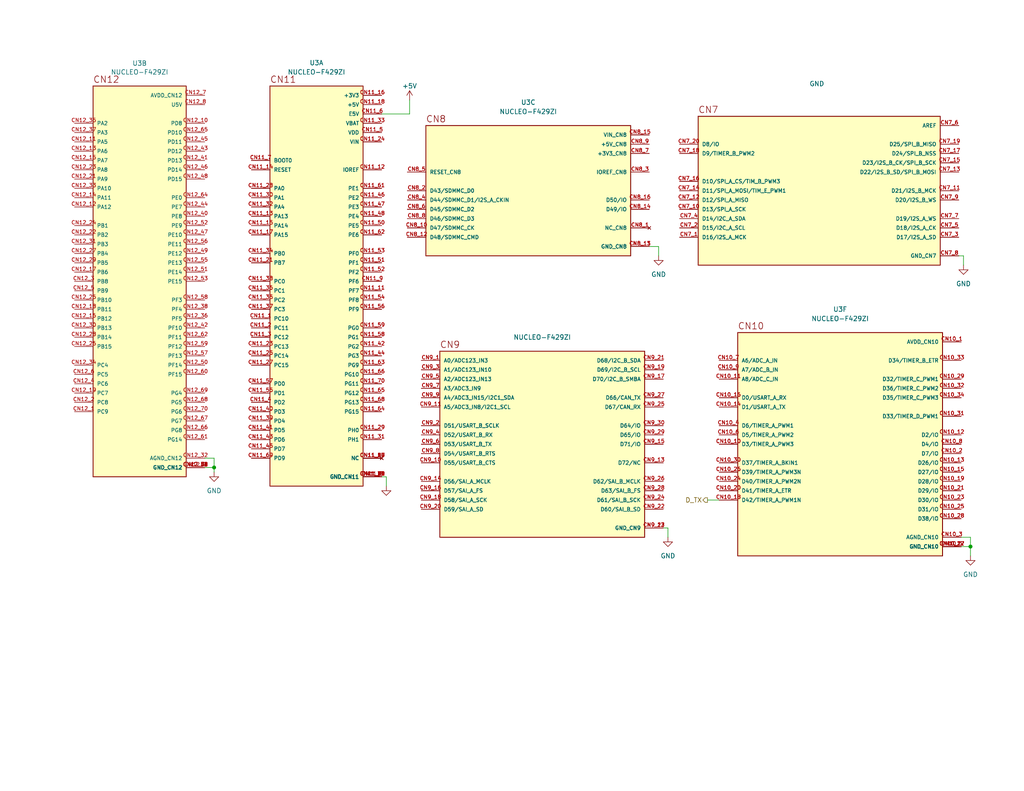
<source format=kicad_sch>
(kicad_sch (version 20230121) (generator eeschema)
  (paper "USLetter")
  (lib_symbols
    (symbol "Nucleo-144:NUCLEO-F429ZI" (pin_names (offset 1.016))
      (property "Reference" "U" (at -12.7 57.15 0))
      (property "Value" "NUCLEO-F429ZI" (at -12.7 -57.15 0))
      (symbol "NUCLEO-F429ZI_1_0"
        (rectangle (start -12.7 -55.88) (end 12.7 53.34) (stroke (width 0.254)) (fill (type background)))
        (text "CN11" (at -12.7 54.102 0) (effects (font (size 1.778 1.778)) (justify left bottom)))
        (pin bidirectional line (at -17.78 -10.16 0) (length 5.08) (name "PC10") (number "CN11_1"))
        (pin no_connect line (at 17.78 -48.26 180) (length 5.08) (name "NC") (number "CN11_10"))
        (pin bidirectional line (at 17.78 -2.54 180) (length 5.08) (name "PF7") (number "CN11_11"))
        (pin bidirectional line (at 17.78 30.48 180) (length 5.08) (name "IOREF") (number "CN11_12"))
        (pin bidirectional line (at -17.78 17.78 0) (length 5.08) (name "PA13") (number "CN11_13"))
        (pin bidirectional line (at -17.78 30.48 0) (length 5.08) (name "RESET") (number "CN11_14"))
        (pin bidirectional line (at -17.78 15.24 0) (length 5.08) (name "PA14") (number "CN11_15"))
        (pin power_in line (at 17.78 50.8 180) (length 5.08) (name "+3V3") (number "CN11_16"))
        (pin bidirectional line (at -17.78 12.7 0) (length 5.08) (name "PA15") (number "CN11_17"))
        (pin power_in line (at 17.78 48.26 180) (length 5.08) (name "+5V") (number "CN11_18"))
        (pin power_in line (at 17.78 -53.34 180) (length 5.08) (name "GND_CN11") (number "CN11_19"))
        (pin bidirectional line (at -17.78 -12.7 0) (length 5.08) (name "PC11") (number "CN11_2"))
        (pin power_in line (at 17.78 -53.34 180) (length 5.08) (name "GND_CN11") (number "CN11_20"))
        (pin bidirectional line (at -17.78 5.08 0) (length 5.08) (name "PB7") (number "CN11_21"))
        (pin power_in line (at 17.78 -53.34 180) (length 5.08) (name "GND_CN11") (number "CN11_22"))
        (pin bidirectional line (at -17.78 -17.78 0) (length 5.08) (name "PC13") (number "CN11_23"))
        (pin power_in line (at 17.78 38.1 180) (length 5.08) (name "VIN") (number "CN11_24"))
        (pin bidirectional line (at -17.78 -20.32 0) (length 5.08) (name "PC14") (number "CN11_25"))
        (pin no_connect line (at 17.78 -48.26 180) (length 5.08) (name "NC") (number "CN11_26"))
        (pin bidirectional line (at -17.78 -22.86 0) (length 5.08) (name "PC15") (number "CN11_27"))
        (pin bidirectional line (at -17.78 25.4 0) (length 5.08) (name "PA0") (number "CN11_28"))
        (pin bidirectional line (at 17.78 -40.64 180) (length 5.08) (name "PH0") (number "CN11_29"))
        (pin bidirectional line (at -17.78 -15.24 0) (length 5.08) (name "PC12") (number "CN11_3"))
        (pin bidirectional line (at -17.78 22.86 0) (length 5.08) (name "PA1") (number "CN11_30"))
        (pin bidirectional line (at 17.78 -43.18 180) (length 5.08) (name "PH1") (number "CN11_31"))
        (pin bidirectional line (at -17.78 20.32 0) (length 5.08) (name "PA4") (number "CN11_32"))
        (pin power_in line (at 17.78 43.18 180) (length 5.08) (name "VBAT") (number "CN11_33"))
        (pin bidirectional line (at -17.78 7.62 0) (length 5.08) (name "PB0") (number "CN11_34"))
        (pin bidirectional line (at -17.78 -5.08 0) (length 5.08) (name "PC2") (number "CN11_35"))
        (pin bidirectional line (at -17.78 -2.54 0) (length 5.08) (name "PC1") (number "CN11_36"))
        (pin bidirectional line (at -17.78 -7.62 0) (length 5.08) (name "PC3") (number "CN11_37"))
        (pin bidirectional line (at -17.78 0 0) (length 5.08) (name "PC0") (number "CN11_38"))
        (pin bidirectional line (at -17.78 -38.1 0) (length 5.08) (name "PD4") (number "CN11_39"))
        (pin bidirectional line (at -17.78 -33.02 0) (length 5.08) (name "PD2") (number "CN11_4"))
        (pin bidirectional line (at -17.78 -35.56 0) (length 5.08) (name "PD3") (number "CN11_40"))
        (pin bidirectional line (at -17.78 -40.64 0) (length 5.08) (name "PD5") (number "CN11_41"))
        (pin bidirectional line (at 17.78 -17.78 180) (length 5.08) (name "PG2") (number "CN11_42"))
        (pin bidirectional line (at -17.78 -43.18 0) (length 5.08) (name "PD6") (number "CN11_43"))
        (pin bidirectional line (at 17.78 -20.32 180) (length 5.08) (name "PG3") (number "CN11_44"))
        (pin bidirectional line (at -17.78 -45.72 0) (length 5.08) (name "PD7") (number "CN11_45"))
        (pin bidirectional line (at 17.78 22.86 180) (length 5.08) (name "PE2") (number "CN11_46"))
        (pin bidirectional line (at 17.78 20.32 180) (length 5.08) (name "PE3") (number "CN11_47"))
        (pin bidirectional line (at 17.78 17.78 180) (length 5.08) (name "PE4") (number "CN11_48"))
        (pin power_in line (at 17.78 -53.34 180) (length 5.08) (name "GND_CN11") (number "CN11_49"))
        (pin power_in line (at 17.78 40.64 180) (length 5.08) (name "VDD") (number "CN11_5"))
        (pin bidirectional line (at 17.78 15.24 180) (length 5.08) (name "PE5") (number "CN11_50"))
        (pin bidirectional line (at 17.78 5.08 180) (length 5.08) (name "PF1") (number "CN11_51"))
        (pin bidirectional line (at 17.78 2.54 180) (length 5.08) (name "PF2") (number "CN11_52"))
        (pin bidirectional line (at 17.78 7.62 180) (length 5.08) (name "PF0") (number "CN11_53"))
        (pin bidirectional line (at 17.78 -5.08 180) (length 5.08) (name "PF8") (number "CN11_54"))
        (pin bidirectional line (at -17.78 -30.48 0) (length 5.08) (name "PD1") (number "CN11_55"))
        (pin bidirectional line (at 17.78 -7.62 180) (length 5.08) (name "PF9") (number "CN11_56"))
        (pin bidirectional line (at -17.78 -27.94 0) (length 5.08) (name "PD0") (number "CN11_57"))
        (pin bidirectional line (at 17.78 -15.24 180) (length 5.08) (name "PG1") (number "CN11_58"))
        (pin bidirectional line (at 17.78 -12.7 180) (length 5.08) (name "PG0") (number "CN11_59"))
        (pin power_in line (at 17.78 45.72 180) (length 5.08) (name "E5V") (number "CN11_6"))
        (pin power_in line (at 17.78 -53.34 180) (length 5.08) (name "GND_CN11") (number "CN11_60"))
        (pin bidirectional line (at 17.78 25.4 180) (length 5.08) (name "PE1") (number "CN11_61"))
        (pin bidirectional line (at 17.78 12.7 180) (length 5.08) (name "PE6") (number "CN11_62"))
        (pin bidirectional line (at 17.78 -22.86 180) (length 5.08) (name "PG9") (number "CN11_63"))
        (pin bidirectional line (at 17.78 -35.56 180) (length 5.08) (name "PG15") (number "CN11_64"))
        (pin bidirectional line (at 17.78 -30.48 180) (length 5.08) (name "PG12") (number "CN11_65"))
        (pin bidirectional line (at 17.78 -25.4 180) (length 5.08) (name "PG10") (number "CN11_66"))
        (pin no_connect line (at 17.78 -48.26 180) (length 5.08) (name "NC") (number "CN11_67"))
        (pin bidirectional line (at 17.78 -33.02 180) (length 5.08) (name "PG13") (number "CN11_68"))
        (pin bidirectional line (at -17.78 -48.26 0) (length 5.08) (name "PD9") (number "CN11_69"))
        (pin bidirectional line (at -17.78 33.02 0) (length 5.08) (name "BOOT0") (number "CN11_7"))
        (pin bidirectional line (at 17.78 -27.94 180) (length 5.08) (name "PG11") (number "CN11_70"))
        (pin power_in line (at 17.78 -53.34 180) (length 5.08) (name "GND_CN11") (number "CN11_71"))
        (pin power_in line (at 17.78 -53.34 180) (length 5.08) (name "GND_CN11") (number "CN11_72"))
        (pin power_in line (at 17.78 -53.34 180) (length 5.08) (name "GND_CN11") (number "CN11_8"))
        (pin bidirectional line (at 17.78 0 180) (length 5.08) (name "PF6") (number "CN11_9"))
      )
      (symbol "NUCLEO-F429ZI_2_0"
        (rectangle (start -12.7 -53.34) (end 12.7 53.34) (stroke (width 0.254)) (fill (type background)))
        (text "CN12" (at -12.7 54.102 0) (effects (font (size 1.778 1.778)) (justify left bottom)))
        (pin bidirectional line (at -17.78 -35.56 0) (length 5.08) (name "PC9") (number "CN12_1"))
        (pin bidirectional line (at 17.78 43.18 180) (length 5.08) (name "PD8") (number "CN12_10"))
        (pin bidirectional line (at -17.78 38.1 0) (length 5.08) (name "PA5") (number "CN12_11"))
        (pin bidirectional line (at -17.78 20.32 0) (length 5.08) (name "PA12") (number "CN12_12"))
        (pin bidirectional line (at -17.78 35.56 0) (length 5.08) (name "PA6") (number "CN12_13"))
        (pin bidirectional line (at -17.78 22.86 0) (length 5.08) (name "PA11") (number "CN12_14"))
        (pin bidirectional line (at -17.78 33.02 0) (length 5.08) (name "PA7") (number "CN12_15"))
        (pin bidirectional line (at -17.78 -10.16 0) (length 5.08) (name "PB12") (number "CN12_16"))
        (pin bidirectional line (at -17.78 2.54 0) (length 5.08) (name "PB6") (number "CN12_17"))
        (pin bidirectional line (at -17.78 -7.62 0) (length 5.08) (name "PB11") (number "CN12_18"))
        (pin bidirectional line (at -17.78 -30.48 0) (length 5.08) (name "PC7") (number "CN12_19"))
        (pin bidirectional line (at -17.78 -33.02 0) (length 5.08) (name "PC8") (number "CN12_2"))
        (pin power_in line (at 17.78 -50.8 180) (length 5.08) (name "GND_CN12") (number "CN12_20"))
        (pin bidirectional line (at -17.78 27.94 0) (length 5.08) (name "PA9") (number "CN12_21"))
        (pin bidirectional line (at -17.78 12.7 0) (length 5.08) (name "PB2") (number "CN12_22"))
        (pin bidirectional line (at -17.78 30.48 0) (length 5.08) (name "PA8") (number "CN12_23"))
        (pin bidirectional line (at -17.78 15.24 0) (length 5.08) (name "PB1") (number "CN12_24"))
        (pin bidirectional line (at -17.78 -5.08 0) (length 5.08) (name "PB10") (number "CN12_25"))
        (pin bidirectional line (at -17.78 -17.78 0) (length 5.08) (name "PB15") (number "CN12_26"))
        (pin bidirectional line (at -17.78 7.62 0) (length 5.08) (name "PB4") (number "CN12_27"))
        (pin bidirectional line (at -17.78 -15.24 0) (length 5.08) (name "PB14") (number "CN12_28"))
        (pin bidirectional line (at -17.78 5.08 0) (length 5.08) (name "PB5") (number "CN12_29"))
        (pin bidirectional line (at -17.78 0 0) (length 5.08) (name "PB8") (number "CN12_3"))
        (pin bidirectional line (at -17.78 -12.7 0) (length 5.08) (name "PB13") (number "CN12_30"))
        (pin bidirectional line (at -17.78 10.16 0) (length 5.08) (name "PB3") (number "CN12_31"))
        (pin power_in line (at 17.78 -48.26 180) (length 5.08) (name "AGND_CN12") (number "CN12_32"))
        (pin bidirectional line (at -17.78 25.4 0) (length 5.08) (name "PA10") (number "CN12_33"))
        (pin bidirectional line (at -17.78 -22.86 0) (length 5.08) (name "PC4") (number "CN12_34"))
        (pin bidirectional line (at -17.78 43.18 0) (length 5.08) (name "PA2") (number "CN12_35"))
        (pin bidirectional line (at 17.78 -10.16 180) (length 5.08) (name "PF5") (number "CN12_36"))
        (pin bidirectional line (at -17.78 40.64 0) (length 5.08) (name "PA3") (number "CN12_37"))
        (pin bidirectional line (at 17.78 -7.62 180) (length 5.08) (name "PF4") (number "CN12_38"))
        (pin power_in line (at 17.78 -50.8 180) (length 5.08) (name "GND_CN12") (number "CN12_39"))
        (pin bidirectional line (at -17.78 -27.94 0) (length 5.08) (name "PC6") (number "CN12_4"))
        (pin bidirectional line (at 17.78 17.78 180) (length 5.08) (name "PE8") (number "CN12_40"))
        (pin bidirectional line (at 17.78 33.02 180) (length 5.08) (name "PD13") (number "CN12_41"))
        (pin bidirectional line (at 17.78 -12.7 180) (length 5.08) (name "PF10") (number "CN12_42"))
        (pin bidirectional line (at 17.78 35.56 180) (length 5.08) (name "PD12") (number "CN12_43"))
        (pin bidirectional line (at 17.78 20.32 180) (length 5.08) (name "PE7") (number "CN12_44"))
        (pin bidirectional line (at 17.78 38.1 180) (length 5.08) (name "PD11") (number "CN12_45"))
        (pin bidirectional line (at 17.78 30.48 180) (length 5.08) (name "PD14") (number "CN12_46"))
        (pin bidirectional line (at 17.78 12.7 180) (length 5.08) (name "PE10") (number "CN12_47"))
        (pin bidirectional line (at 17.78 27.94 180) (length 5.08) (name "PD15") (number "CN12_48"))
        (pin bidirectional line (at 17.78 7.62 180) (length 5.08) (name "PE12") (number "CN12_49"))
        (pin bidirectional line (at -17.78 -2.54 0) (length 5.08) (name "PB9") (number "CN12_5"))
        (pin bidirectional line (at 17.78 -22.86 180) (length 5.08) (name "PF14") (number "CN12_50"))
        (pin bidirectional line (at 17.78 2.54 180) (length 5.08) (name "PE14") (number "CN12_51"))
        (pin bidirectional line (at 17.78 15.24 180) (length 5.08) (name "PE9") (number "CN12_52"))
        (pin bidirectional line (at 17.78 0 180) (length 5.08) (name "PE15") (number "CN12_53"))
        (pin power_in line (at 17.78 -50.8 180) (length 5.08) (name "GND_CN12") (number "CN12_54"))
        (pin bidirectional line (at 17.78 5.08 180) (length 5.08) (name "PE13") (number "CN12_55"))
        (pin bidirectional line (at 17.78 10.16 180) (length 5.08) (name "PE11") (number "CN12_56"))
        (pin bidirectional line (at 17.78 -20.32 180) (length 5.08) (name "PF13") (number "CN12_57"))
        (pin bidirectional line (at 17.78 -5.08 180) (length 5.08) (name "PF3") (number "CN12_58"))
        (pin bidirectional line (at 17.78 -17.78 180) (length 5.08) (name "PF12") (number "CN12_59"))
        (pin bidirectional line (at -17.78 -25.4 0) (length 5.08) (name "PC5") (number "CN12_6"))
        (pin bidirectional line (at 17.78 -25.4 180) (length 5.08) (name "PF15") (number "CN12_60"))
        (pin bidirectional line (at 17.78 -43.18 180) (length 5.08) (name "PG14") (number "CN12_61"))
        (pin bidirectional line (at 17.78 -15.24 180) (length 5.08) (name "PF11") (number "CN12_62"))
        (pin power_in line (at 17.78 -50.8 180) (length 5.08) (name "GND_CN12") (number "CN12_63"))
        (pin bidirectional line (at 17.78 22.86 180) (length 5.08) (name "PE0") (number "CN12_64"))
        (pin bidirectional line (at 17.78 40.64 180) (length 5.08) (name "PD10") (number "CN12_65"))
        (pin bidirectional line (at 17.78 -40.64 180) (length 5.08) (name "PG8") (number "CN12_66"))
        (pin bidirectional line (at 17.78 -38.1 180) (length 5.08) (name "PG7") (number "CN12_67"))
        (pin bidirectional line (at 17.78 -33.02 180) (length 5.08) (name "PG5") (number "CN12_68"))
        (pin bidirectional line (at 17.78 -30.48 180) (length 5.08) (name "PG4") (number "CN12_69"))
        (pin power_in line (at 17.78 50.8 180) (length 5.08) (name "AVDD_CN12") (number "CN12_7"))
        (pin bidirectional line (at 17.78 -35.56 180) (length 5.08) (name "PG6") (number "CN12_70"))
        (pin power_in line (at 17.78 -50.8 180) (length 5.08) (name "GND_CN12") (number "CN12_71"))
        (pin power_in line (at 17.78 -50.8 180) (length 5.08) (name "GND_CN12") (number "CN12_72"))
        (pin power_in line (at 17.78 48.26 180) (length 5.08) (name "U5V") (number "CN12_8"))
        (pin power_in line (at 17.78 -50.8 180) (length 5.08) (name "GND_CN12") (number "CN12_9"))
      )
      (symbol "NUCLEO-F429ZI_3_0"
        (rectangle (start -27.94 -17.78) (end 27.94 17.78) (stroke (width 0.254)) (fill (type background)))
        (text "CN8" (at -27.94 18.542 0) (effects (font (size 1.778 1.778)) (justify left bottom)))
        (pin no_connect line (at 33.02 -10.16 180) (length 5.08) (name "NC_CN8") (number "CN8_1"))
        (pin bidirectional line (at -33.02 -10.16 0) (length 5.08) (name "D47/SDMMC_CK") (number "CN8_10"))
        (pin power_in line (at 33.02 -15.24 180) (length 5.08) (name "GND_CN8") (number "CN8_11"))
        (pin bidirectional line (at -33.02 -12.7 0) (length 5.08) (name "D48/SDMMC_CMD") (number "CN8_12"))
        (pin power_in line (at 33.02 -15.24 180) (length 5.08) (name "GND_CN8") (number "CN8_13"))
        (pin bidirectional line (at 33.02 -5.08 180) (length 5.08) (name "D49/IO") (number "CN8_14"))
        (pin power_in line (at 33.02 15.24 180) (length 5.08) (name "VIN_CN8") (number "CN8_15"))
        (pin bidirectional line (at 33.02 -2.54 180) (length 5.08) (name "D50/IO") (number "CN8_16"))
        (pin bidirectional line (at -33.02 0 0) (length 5.08) (name "D43/SDMMC_D0") (number "CN8_2"))
        (pin bidirectional line (at 33.02 5.08 180) (length 5.08) (name "IOREF_CN8") (number "CN8_3"))
        (pin bidirectional line (at -33.02 -2.54 0) (length 5.08) (name "D44/SDMMC_D1/I2S_A_CKIN") (number "CN8_4"))
        (pin bidirectional line (at -33.02 5.08 0) (length 5.08) (name "RESET_CN8") (number "CN8_5"))
        (pin bidirectional line (at -33.02 -5.08 0) (length 5.08) (name "D45/SDMMC_D2") (number "CN8_6"))
        (pin power_in line (at 33.02 10.16 180) (length 5.08) (name "+3V3_CN8") (number "CN8_7"))
        (pin bidirectional line (at -33.02 -7.62 0) (length 5.08) (name "D46/SDMMC_D3") (number "CN8_8"))
        (pin power_in line (at 33.02 12.7 180) (length 5.08) (name "+5V_CN8") (number "CN8_9"))
      )
      (symbol "NUCLEO-F429ZI_4_0"
        (rectangle (start -27.94 -25.4) (end 27.94 25.4) (stroke (width 0.254)) (fill (type background)))
        (text "CN9" (at -27.94 26.162 0) (effects (font (size 1.778 1.778)) (justify left bottom)))
        (pin input line (at -33.02 22.86 0) (length 5.08) (name "A0/ADC123_IN3") (number "CN9_1"))
        (pin bidirectional line (at -33.02 -5.08 0) (length 5.08) (name "D55/USART_B_CTS") (number "CN9_10"))
        (pin input line (at -33.02 10.16 0) (length 5.08) (name "A5/ADC3_IN8/I2C1_SCL") (number "CN9_11"))
        (pin power_in line (at 33.02 -22.86 180) (length 5.08) (name "GND_CN9") (number "CN9_12"))
        (pin bidirectional line (at 33.02 -5.08 180) (length 5.08) (name "D72/NC") (number "CN9_13"))
        (pin bidirectional line (at -33.02 -10.16 0) (length 5.08) (name "D56/SAI_A_MCLK") (number "CN9_14"))
        (pin bidirectional line (at 33.02 0 180) (length 5.08) (name "D71/IO") (number "CN9_15"))
        (pin bidirectional line (at -33.02 -12.7 0) (length 5.08) (name "D57/SAI_A_FS") (number "CN9_16"))
        (pin bidirectional line (at 33.02 17.78 180) (length 5.08) (name "D70/I2C_B_SMBA") (number "CN9_17"))
        (pin bidirectional line (at -33.02 -15.24 0) (length 5.08) (name "D58/SAI_A_SCK") (number "CN9_18"))
        (pin bidirectional line (at 33.02 20.32 180) (length 5.08) (name "D69/I2C_B_SCL") (number "CN9_19"))
        (pin bidirectional line (at -33.02 5.08 0) (length 5.08) (name "D51/USART_B_SCLK") (number "CN9_2"))
        (pin bidirectional line (at -33.02 -17.78 0) (length 5.08) (name "D59/SAI_A_SD") (number "CN9_20"))
        (pin bidirectional line (at 33.02 22.86 180) (length 5.08) (name "D68/I2C_B_SDA") (number "CN9_21"))
        (pin bidirectional line (at 33.02 -17.78 180) (length 5.08) (name "D60/SAI_B_SD") (number "CN9_22"))
        (pin power_in line (at 33.02 -22.86 180) (length 5.08) (name "GND_CN9") (number "CN9_23"))
        (pin bidirectional line (at 33.02 -15.24 180) (length 5.08) (name "D61/SAI_B_SCK") (number "CN9_24"))
        (pin input line (at 33.02 10.16 180) (length 5.08) (name "D67/CAN_RX") (number "CN9_25"))
        (pin bidirectional line (at 33.02 -10.16 180) (length 5.08) (name "D62/SAI_B_MCLK") (number "CN9_26"))
        (pin output line (at 33.02 12.7 180) (length 5.08) (name "D66/CAN_TX") (number "CN9_27"))
        (pin bidirectional line (at 33.02 -12.7 180) (length 5.08) (name "D63/SAI_B_FS") (number "CN9_28"))
        (pin bidirectional line (at 33.02 2.54 180) (length 5.08) (name "D65/IO") (number "CN9_29"))
        (pin input line (at -33.02 20.32 0) (length 5.08) (name "A1/ADC123_IN10") (number "CN9_3"))
        (pin bidirectional line (at 33.02 5.08 180) (length 5.08) (name "D64/IO") (number "CN9_30"))
        (pin bidirectional line (at -33.02 2.54 0) (length 5.08) (name "D52/USART_B_RX") (number "CN9_4"))
        (pin input line (at -33.02 17.78 0) (length 5.08) (name "A2/ADC123_IN13") (number "CN9_5"))
        (pin bidirectional line (at -33.02 0 0) (length 5.08) (name "D53/USART_B_TX") (number "CN9_6"))
        (pin input line (at -33.02 15.24 0) (length 5.08) (name "A3/ADC3_IN9") (number "CN9_7"))
        (pin bidirectional line (at -33.02 -2.54 0) (length 5.08) (name "D54/USART_B_RTS") (number "CN9_8"))
        (pin input line (at -33.02 12.7 0) (length 5.08) (name "A4/ADC3_IN15/I2C1_SDA") (number "CN9_9"))
      )
      (symbol "NUCLEO-F429ZI_5_0"
        (rectangle (start -33.02 -20.32) (end 33.02 20.32) (stroke (width 0.254)) (fill (type background)))
        (text "CN7" (at -33.02 21.082 0) (effects (font (size 1.778 1.778)) (justify left bottom)))
        (pin bidirectional line (at -38.1 -12.7 0) (length 5.08) (name "D16/I2S_A_MCK") (number "CN7_1"))
        (pin bidirectional line (at -38.1 -5.08 0) (length 5.08) (name "D13/SPI_A_SCK") (number "CN7_10"))
        (pin bidirectional line (at 38.1 0 180) (length 5.08) (name "D21/I2S_B_MCK") (number "CN7_11"))
        (pin bidirectional line (at -38.1 -2.54 0) (length 5.08) (name "D12/SPI_A_MISO") (number "CN7_12"))
        (pin bidirectional line (at 38.1 5.08 180) (length 5.08) (name "D22/I2S_B_SD/SPI_B_MOSI") (number "CN7_13"))
        (pin bidirectional line (at -38.1 0 0) (length 5.08) (name "D11/SPI_A_MOSI/TIM_E_PWM1") (number "CN7_14"))
        (pin bidirectional line (at 38.1 7.62 180) (length 5.08) (name "D23/I2S_B_CK/SPI_B_SCK") (number "CN7_15"))
        (pin bidirectional line (at -38.1 2.54 0) (length 5.08) (name "D10/SPI_A_CS/TIM_B_PWM3") (number "CN7_16"))
        (pin bidirectional line (at 38.1 10.16 180) (length 5.08) (name "D24/SPI_B_NSS") (number "CN7_17"))
        (pin bidirectional line (at -38.1 10.16 0) (length 5.08) (name "D9/TIMER_B_PWM2") (number "CN7_18"))
        (pin bidirectional line (at 38.1 12.7 180) (length 5.08) (name "D25/SPI_B_MISO") (number "CN7_19"))
        (pin bidirectional line (at -38.1 -10.16 0) (length 5.08) (name "D15/I2C_A_SCL") (number "CN7_2"))
        (pin bidirectional line (at -38.1 12.7 0) (length 5.08) (name "D8/IO") (number "CN7_20"))
        (pin bidirectional line (at 38.1 -12.7 180) (length 5.08) (name "D17/I2S_A_SD") (number "CN7_3"))
        (pin bidirectional line (at -38.1 -7.62 0) (length 5.08) (name "D14/I2C_A_SDA") (number "CN7_4"))
        (pin bidirectional line (at 38.1 -10.16 180) (length 5.08) (name "D18/I2S_A_CK") (number "CN7_5"))
        (pin power_in line (at 38.1 17.78 180) (length 5.08) (name "AREF") (number "CN7_6"))
        (pin bidirectional line (at 38.1 -7.62 180) (length 5.08) (name "D19/I2S_A_WS") (number "CN7_7"))
        (pin power_in line (at 38.1 -17.78 180) (length 5.08) (name "GND_CN7") (number "CN7_8"))
        (pin bidirectional line (at 38.1 -2.54 180) (length 5.08) (name "D20/I2S_B_WS") (number "CN7_9"))
      )
      (symbol "NUCLEO-F429ZI_6_0"
        (rectangle (start -27.94 -30.48) (end 27.94 30.48) (stroke (width 0.254)) (fill (type background)))
        (text "CN10" (at -27.94 31.242 0) (effects (font (size 1.778 1.778)) (justify left bottom)))
        (pin power_in line (at 33.02 27.94 180) (length 5.08) (name "AVDD_CN10") (number "CN10_1"))
        (pin bidirectional line (at -33.02 0 0) (length 5.08) (name "D3/TIMER_A_PWM3") (number "CN10_10"))
        (pin input line (at -33.02 17.78 0) (length 5.08) (name "A8/ADC_C_IN") (number "CN10_11"))
        (pin bidirectional line (at 33.02 2.54 180) (length 5.08) (name "D2/IO") (number "CN10_12"))
        (pin bidirectional line (at 33.02 -5.08 180) (length 5.08) (name "D26/IO") (number "CN10_13"))
        (pin output line (at -33.02 10.16 0) (length 5.08) (name "D1/USART_A_TX") (number "CN10_14"))
        (pin bidirectional line (at 33.02 -7.62 180) (length 5.08) (name "D27/IO") (number "CN10_15"))
        (pin input line (at -33.02 12.7 0) (length 5.08) (name "D0/USART_A_RX") (number "CN10_16"))
        (pin power_in line (at 33.02 -27.94 180) (length 5.08) (name "GND_CN10") (number "CN10_17"))
        (pin bidirectional line (at -33.02 -15.24 0) (length 5.08) (name "D42/TIMER_A_PWM1N") (number "CN10_18"))
        (pin bidirectional line (at 33.02 -10.16 180) (length 5.08) (name "D28/IO") (number "CN10_19"))
        (pin bidirectional line (at 33.02 -2.54 180) (length 5.08) (name "D7/IO") (number "CN10_2"))
        (pin bidirectional line (at -33.02 -12.7 0) (length 5.08) (name "D41/TIMER_A_ETR") (number "CN10_20"))
        (pin bidirectional line (at 33.02 -12.7 180) (length 5.08) (name "D29/IO") (number "CN10_21"))
        (pin power_in line (at 33.02 -27.94 180) (length 5.08) (name "GND_CN10") (number "CN10_22"))
        (pin bidirectional line (at 33.02 -15.24 180) (length 5.08) (name "D30/IO") (number "CN10_23"))
        (pin bidirectional line (at -33.02 -10.16 0) (length 5.08) (name "D40/TIMER_A_PWM2N") (number "CN10_24"))
        (pin bidirectional line (at 33.02 -17.78 180) (length 5.08) (name "D31/IO") (number "CN10_25"))
        (pin bidirectional line (at -33.02 -7.62 0) (length 5.08) (name "D39/TIMER_A_PWM3N") (number "CN10_26"))
        (pin power_in line (at 33.02 -27.94 180) (length 5.08) (name "GND_CN10") (number "CN10_27"))
        (pin bidirectional line (at 33.02 -20.32 180) (length 5.08) (name "D38/IO") (number "CN10_28"))
        (pin bidirectional line (at 33.02 17.78 180) (length 5.08) (name "D32/TIMER_C_PWM1") (number "CN10_29"))
        (pin power_in line (at 33.02 -25.4 180) (length 5.08) (name "AGND_CN10") (number "CN10_3"))
        (pin bidirectional line (at -33.02 -5.08 0) (length 5.08) (name "D37/TIMER_A_BKIN1") (number "CN10_30"))
        (pin bidirectional line (at 33.02 7.62 180) (length 5.08) (name "D33/TIMER_D_PWM1") (number "CN10_31"))
        (pin bidirectional line (at 33.02 15.24 180) (length 5.08) (name "D36/TIMER_C_PWM2") (number "CN10_32"))
        (pin bidirectional line (at 33.02 22.86 180) (length 5.08) (name "D34/TIMER_B_ETR") (number "CN10_33"))
        (pin bidirectional line (at 33.02 12.7 180) (length 5.08) (name "D35/TIMER_C_PWM3") (number "CN10_34"))
        (pin bidirectional line (at -33.02 5.08 0) (length 5.08) (name "D6/TIMER_A_PWM1") (number "CN10_4"))
        (pin power_in line (at 33.02 -27.94 180) (length 5.08) (name "GND_CN10") (number "CN10_5"))
        (pin bidirectional line (at -33.02 2.54 0) (length 5.08) (name "D5/TIMER_A_PWM2") (number "CN10_6"))
        (pin input line (at -33.02 22.86 0) (length 5.08) (name "A6/ADC_A_IN") (number "CN10_7"))
        (pin bidirectional line (at 33.02 0 180) (length 5.08) (name "D4/IO") (number "CN10_8"))
        (pin input line (at -33.02 20.32 0) (length 5.08) (name "A7/ADC_B_IN") (number "CN10_9"))
      )
    )
    (symbol "power:+5V" (power) (pin_names (offset 0))
      (property "Value" "+5V" (at 0 3.556 0))
      (symbol "+5V_0_1"
        (polyline (pts (xy -0.762 1.27) (xy 0 2.54)))
        (polyline (pts (xy 0 0) (xy 0 2.54)))
        (polyline (pts (xy 0 2.54) (xy 0.762 1.27)))
      )
      (symbol "+5V_1_1"
        (pin power_in line (at 0 0 90) (length 0) hide (name "+5V") (number "1"))
      )
    )
    (symbol "power:GND" (power) (pin_names (offset 0))
      (property "Value" "GND" (at 0 -3.81 0))
      (symbol "GND_0_1"
        (polyline (pts (xy 0 0) (xy 0 -1.27) (xy 1.27 -1.27) (xy 0 -2.54) (xy -1.27 -1.27) (xy 0 -1.27)))
      )
      (symbol "GND_1_1"
        (pin power_in line (at 0 0 270) (length 0) hide (name "GND") (number "1"))
      )
    )
  )
  (junction (at 58.42 127.635))
  (junction (at 264.795 149.225))
  (wire (pts (xy 262.255 149.225) (xy 264.795 149.225)))
  (wire (pts (xy 179.705 67.31) (xy 179.705 69.85)))
  (wire (pts (xy 55.88 127.635) (xy 58.42 127.635)))
  (wire (pts (xy 111.76 27.305) (xy 111.76 31.115)))
  (wire (pts (xy 104.14 31.115) (xy 111.76 31.115)))
  (wire (pts (xy 180.975 144.145) (xy 182.245 144.145)))
  (wire (pts (xy 182.245 144.145) (xy 182.245 146.685)))
  (wire (pts (xy 55.88 125.095) (xy 58.42 125.095)))
  (wire (pts (xy 262.255 146.685) (xy 264.795 146.685)))
  (wire (pts (xy 105.41 130.175) (xy 105.41 132.715)))
  (wire (pts (xy 262.89 69.85) (xy 262.89 72.39)))
  (wire (pts (xy 193.04 136.525) (xy 196.215 136.525)))
  (wire (pts (xy 58.42 127.635) (xy 58.42 128.905)))
  (wire (pts (xy 261.62 69.85) (xy 262.89 69.85)))
  (wire (pts (xy 264.795 146.685) (xy 264.795 149.225)))
  (wire (pts (xy 177.165 67.31) (xy 179.705 67.31)))
  (wire (pts (xy 264.795 149.225) (xy 264.795 151.765)))
  (wire (pts (xy 104.14 130.175) (xy 105.41 130.175)))
  (wire (pts (xy 58.42 125.095) (xy 58.42 127.635)))
  (hierarchical_label "D_TX" (shape output) (at 193.04 136.525 180))
  (symbol (lib_id "Nucleo-144:NUCLEO-F429ZI") (at 38.1 76.835 0) (unit 2)
    (property "Reference" "U3" (at 38.1 17.272 0))
    (property "Value" "NUCLEO-F429ZI" (at 38.1 19.685 0))
    (property "Footprint" "Local footprints:MODULE_NUCLEO-F429ZI" (effects hide))
    (property "PARTREV" "8" (effects hide))
    (property "MANUFACTURER" "STMicroelectronics" (effects hide))
    (property "MAXIMUM_PACKAGE_HEIGHT" "N/A" (effects hide))
    (property "STANDARD" "Manufacturer Recommendations" (effects hide))
    (instances (project "dev-boards" (path "" (reference "U3") (unit 2)) (path "" (reference "U2") (unit 2))))
  )
  (symbol (lib_id "power:GND") (at 105.41 132.715 0) (unit 1)
    (property "Reference" "#PWR09" (effects hide))
    (property "Value" "GND" (at 222.885 22.86 0))
    (instances (project "dev-boards" (path "" (reference "#PWR09") (unit 1)) (path "" (reference "#PWR010") (unit 1))))
  )
  (symbol (lib_id "power:GND") (at 262.89 72.39 0) (unit 1)
    (property "Reference" "#PWR011" (effects hide))
    (property "Value" "GND" (at 262.89 77.47 0))
    (instances (project "dev-boards" (path "" (reference "#PWR011") (unit 1)) (path "" (reference "#PWR013") (unit 1))))
  )
  (symbol (lib_id "power:GND") (at 179.705 69.85 0) (unit 1)
    (property "Reference" "#PWR010" (effects hide))
    (property "Value" "GND" (at 179.705 74.93 0))
    (instances (project "dev-boards" (path "" (reference "#PWR010") (unit 1)) (path "" (reference "#PWR09") (unit 1))))
  )
  (symbol (lib_id "power:GND") (at 264.795 151.765 0) (unit 1)
    (property "Reference" "#PWR012" (effects hide))
    (property "Value" "GND" (at 264.795 156.845 0))
  )
  (symbol (lib_id "Nucleo-144:NUCLEO-F429ZI") (at 223.52 52.07 0) (unit 5)
    (property "Reference" "U3" (effects hide))
    (property "Value" "NUCLEO-F429ZI" (effects hide))
    (property "Footprint" "Local footprints:MODULE_NUCLEO-F429ZI" (effects hide))
    (property "PARTREV" "8" (effects hide))
    (property "MANUFACTURER" "STMicroelectronics" (effects hide))
    (property "MAXIMUM_PACKAGE_HEIGHT" "N/A" (effects hide))
    (property "STANDARD" "Manufacturer Recommendations" (effects hide))
    (instances (project "dev-boards" (path "" (reference "U3") (unit 5)) (path "" (reference "U2") (unit 5))))
  )
  (symbol (lib_id "Nucleo-144:NUCLEO-F429ZI") (at 229.235 121.285 0) (unit 6)
    (property "Reference" "U3" (at 229.235 84.455 0))
    (property "Value" "NUCLEO-F429ZI" (at 229.235 86.995 0))
    (property "Footprint" "Local footprints:MODULE_NUCLEO-F429ZI" (effects hide))
    (property "PARTREV" "8" (effects hide))
    (property "MANUFACTURER" "STMicroelectronics" (effects hide))
    (property "MAXIMUM_PACKAGE_HEIGHT" "N/A" (effects hide))
    (property "STANDARD" "Manufacturer Recommendations" (effects hide))
    (instances (project "dev-boards" (path "" (reference "U3") (unit 6)) (path "" (reference "U2") (unit 6))))
  )
  (symbol (lib_id "power:GND") (at 58.42 128.905 0) (unit 1)
    (property "Reference" "#PWR03" (effects hide))
    (property "Value" "GND" (at 58.42 133.985 0))
    (instances (project "dev-boards" (path "" (reference "#PWR03") (unit 1)) (path "" (reference "#PWR02") (unit 1))))
  )
  (symbol (lib_id "Nucleo-144:NUCLEO-F429ZI") (at 86.36 76.835 0) (unit 1)
    (property "Reference" "U3" (at 86.36 17.145 0))
    (property "Value" "NUCLEO-F429ZI" (at 86.36 19.685 0))
    (property "Footprint" "Local footprints:MODULE_NUCLEO-F429ZI" (effects hide))
    (property "PARTREV" "8" (effects hide))
    (property "MANUFACTURER" "STMicroelectronics" (effects hide))
    (property "MAXIMUM_PACKAGE_HEIGHT" "N/A" (effects hide))
    (property "STANDARD" "Manufacturer Recommendations" (effects hide))
    (instances (project "dev-boards" (path "" (reference "U3") (unit 1)) (path "" (reference "U2") (unit 1))))
  )
  (symbol (lib_id "power:+5V") (at 111.76 27.305 0) (unit 1)
    (property "Reference" "#PWR02" (effects hide))
    (property "Value" "+5V" (at 111.76 23.495 0))
    (instances (project "dev-boards" (path "" (reference "#PWR02") (unit 1)) (path "" (reference "#PWR011") (unit 1))))
  )
  (symbol (lib_id "Nucleo-144:NUCLEO-F429ZI") (at 147.955 121.285 0) (unit 4)
    (property "Reference" "U3" (at 255.905 -26.67 0))
    (property "Value" "NUCLEO-F429ZI" (at 147.955 92.075 0))
    (property "Footprint" "Local footprints:MODULE_NUCLEO-F429ZI" (effects hide))
    (property "PARTREV" "8" (effects hide))
    (property "MANUFACTURER" "STMicroelectronics" (effects hide))
    (property "MAXIMUM_PACKAGE_HEIGHT" "N/A" (effects hide))
    (property "STANDARD" "Manufacturer Recommendations" (effects hide))
    (instances (project "dev-boards" (path "" (reference "U3") (unit 4)) (path "" (reference "U2") (unit 4))))
  )
  (symbol (lib_id "Nucleo-144:NUCLEO-F429ZI") (at 144.145 52.07 0) (unit 3)
    (property "Reference" "U3" (at 144.145 27.94 0))
    (property "Value" "NUCLEO-F429ZI" (at 144.145 30.48 0))
    (property "Footprint" "Local footprints:MODULE_NUCLEO-F429ZI" (effects hide))
    (property "PARTREV" "8" (effects hide))
    (property "MANUFACTURER" "STMicroelectronics" (effects hide))
    (property "MAXIMUM_PACKAGE_HEIGHT" "N/A" (effects hide))
    (property "STANDARD" "Manufacturer Recommendations" (effects hide))
    (instances (project "dev-boards" (path "" (reference "U3") (unit 3)) (path "" (reference "U2") (unit 3))))
  )
  (symbol (lib_id "power:GND") (at 182.245 146.685 0) (unit 1)
    (property "Reference" "#PWR013" (effects hide))
    (property "Value" "GND" (at 182.245 151.765 0))
    (instances (project "dev-boards" (path "" (reference "#PWR013") (unit 1)) (path "" (reference "#PWR03") (unit 1))))
  )
)
</source>
